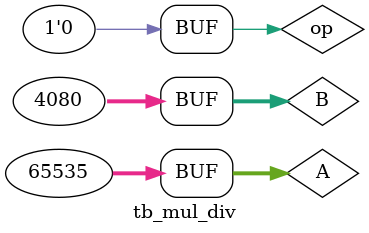
<source format=v>
module mul_div(result, op, A, B);
    input [31:0] A, B;
    input op;
    output [31:0] result;
    
    assign result=op?(A+B):(A-B);
            
endmodule

//testbench
module tb_mul_div();
    reg [31:0] A, B;
    reg op;
    wire [31:0] result;
    
    add_sub ADD_SUB(.result(result), .op(op), .A(A), .B(B));
    
    initial begin
        A=32'h0000;
        B=32'h00F0;
        op=1;
        #20;
        op=0;
        #20;
        A=32'h000A;
        B=32'h0002;
        op=1;
        #20;
        A=32'hFFFF;
        B=32'h0FF0;
        op=0;
    end
endmodule
</source>
